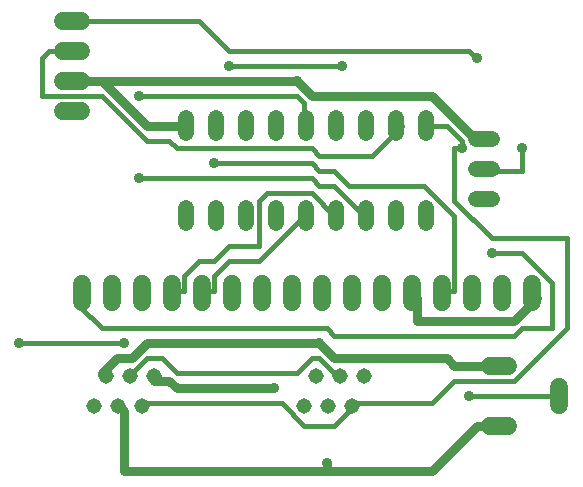
<source format=gbl>
G75*
G70*
%OFA0B0*%
%FSLAX24Y24*%
%IPPOS*%
%LPD*%
%AMOC8*
5,1,8,0,0,1.08239X$1,22.5*
%
%ADD10C,0.0520*%
%ADD11C,0.0600*%
%ADD12C,0.0515*%
%ADD13C,0.0594*%
%ADD14C,0.0315*%
%ADD15C,0.0350*%
%ADD16C,0.0157*%
D10*
X017148Y009473D02*
X017148Y009993D01*
X018148Y009993D02*
X018148Y009473D01*
X019148Y009473D02*
X019148Y009993D01*
X020148Y009993D02*
X020148Y009473D01*
X021148Y009473D02*
X021148Y009993D01*
X022148Y009993D02*
X022148Y009473D01*
X023148Y009473D02*
X023148Y009993D01*
X024148Y009993D02*
X024148Y009473D01*
X025148Y009473D02*
X025148Y009993D01*
X026838Y010283D02*
X027358Y010283D01*
X027358Y011283D02*
X026838Y011283D01*
X026838Y012283D02*
X027358Y012283D01*
X025148Y012473D02*
X025148Y012993D01*
X024148Y012993D02*
X024148Y012473D01*
X023148Y012473D02*
X023148Y012993D01*
X022148Y012993D02*
X022148Y012473D01*
X021148Y012473D02*
X021148Y012993D01*
X020148Y012993D02*
X020148Y012473D01*
X019148Y012473D02*
X019148Y012993D01*
X018148Y012993D02*
X018148Y012473D01*
X017148Y012473D02*
X017148Y012993D01*
D11*
X016698Y007453D02*
X016698Y006853D01*
X015698Y006853D02*
X015698Y007453D01*
X014698Y007453D02*
X014698Y006853D01*
X013698Y006853D02*
X013698Y007453D01*
X017698Y007453D02*
X017698Y006853D01*
X018698Y006853D02*
X018698Y007453D01*
X019698Y007453D02*
X019698Y006853D01*
X020698Y006853D02*
X020698Y007453D01*
X021698Y007453D02*
X021698Y006853D01*
X022698Y006853D02*
X022698Y007453D01*
X023698Y007453D02*
X023698Y006853D01*
X024698Y006853D02*
X024698Y007453D01*
X025698Y007453D02*
X025698Y006853D01*
X026698Y006853D02*
X026698Y007453D01*
X027698Y007453D02*
X027698Y006853D01*
X028698Y006853D02*
X028698Y007453D01*
X027898Y004733D02*
X027298Y004733D01*
X029598Y004033D02*
X029598Y003433D01*
X027898Y002733D02*
X027298Y002733D01*
D12*
X023098Y004388D03*
X022295Y004388D03*
X021492Y004388D03*
X021098Y003388D03*
X021901Y003388D03*
X022704Y003388D03*
X016098Y004388D03*
X015295Y004388D03*
X014492Y004388D03*
X014098Y003388D03*
X014901Y003388D03*
X015704Y003388D03*
D13*
X013645Y013233D02*
X013051Y013233D01*
X013051Y014233D02*
X013645Y014233D01*
X013645Y015233D02*
X013051Y015233D01*
X013051Y016233D02*
X013645Y016233D01*
D14*
X013348Y014233D02*
X014348Y014233D01*
X020848Y014233D01*
X021348Y013733D01*
X025348Y013733D01*
X026848Y012233D01*
X027098Y012233D01*
X027098Y012283D01*
X028698Y007153D02*
X028848Y006983D01*
X028098Y006233D01*
X024848Y006233D01*
X024848Y006983D01*
X024698Y007153D01*
X022098Y004983D02*
X021598Y005483D01*
X015848Y005483D01*
X015348Y004983D01*
X014848Y004983D01*
X014348Y004483D01*
X014492Y004388D01*
X014901Y003388D02*
X015098Y003233D01*
X015098Y001233D01*
X021848Y001233D01*
X021848Y001483D01*
X021848Y001233D02*
X025348Y001233D01*
X026848Y002733D01*
X027598Y002733D01*
X027598Y004733D02*
X026098Y004733D01*
X025848Y004983D01*
X022098Y004983D01*
X020098Y003983D02*
X016848Y003983D01*
X016598Y004233D01*
X016098Y004233D01*
X016098Y004388D01*
X015848Y012733D02*
X014348Y014233D01*
X015848Y012733D02*
X017148Y012733D01*
D15*
X011598Y005483D03*
X015098Y005483D03*
X020098Y003983D03*
X021598Y005483D03*
X026598Y003733D03*
X021848Y001483D03*
X027348Y008483D03*
X026348Y011983D03*
X028348Y011983D03*
X026848Y014983D03*
X022348Y014733D03*
X020848Y014233D03*
X018598Y014733D03*
X015598Y013733D03*
X018098Y011483D03*
X015598Y010983D03*
D16*
X021348Y010983D01*
X021598Y010733D01*
X022098Y010733D01*
X023098Y009733D01*
X023148Y009733D01*
X022148Y009733D02*
X022098Y009733D01*
X021348Y010483D01*
X019848Y010483D01*
X019598Y010233D01*
X019598Y008733D01*
X018598Y008733D01*
X018098Y008233D01*
X017598Y008233D01*
X017098Y007733D01*
X017098Y007233D01*
X016848Y007233D01*
X016698Y007153D01*
X017698Y007153D02*
X017848Y007233D01*
X018098Y007233D01*
X018098Y007733D01*
X018598Y008233D01*
X019598Y008233D01*
X021098Y009733D01*
X021148Y009733D01*
X022598Y010733D02*
X025098Y010733D01*
X026098Y009733D01*
X026098Y007233D01*
X025848Y007233D01*
X025698Y007153D01*
X027348Y008483D02*
X028348Y008483D01*
X029348Y007483D01*
X029348Y005983D01*
X028348Y005983D01*
X028098Y005733D01*
X022098Y005733D01*
X021848Y005983D01*
X014348Y005983D01*
X013598Y006733D01*
X013598Y006983D01*
X013698Y007153D01*
X015098Y005483D02*
X011598Y005483D01*
X015295Y004388D02*
X015348Y004483D01*
X015848Y004983D01*
X016348Y004983D01*
X016848Y004483D01*
X020848Y004483D01*
X021348Y004983D01*
X021598Y004983D01*
X022098Y004483D01*
X022295Y004388D01*
X022848Y003483D02*
X022704Y003388D01*
X022598Y003233D01*
X022098Y002733D01*
X021098Y002733D01*
X020348Y003483D01*
X015848Y003483D01*
X015704Y003388D01*
X022848Y003483D02*
X025348Y003483D01*
X026098Y004233D01*
X028098Y004233D01*
X029848Y005983D01*
X029848Y008983D01*
X027348Y008983D01*
X026098Y010233D01*
X026098Y011983D01*
X026348Y011983D01*
X026348Y012233D01*
X025848Y012733D01*
X025148Y012733D01*
X024348Y012733D02*
X024148Y012733D01*
X024348Y012733D02*
X023348Y011733D01*
X021598Y011733D01*
X021348Y011983D01*
X016848Y011983D01*
X016598Y012233D01*
X015848Y012233D01*
X014348Y013733D01*
X012348Y013733D01*
X012348Y014983D01*
X012598Y015233D01*
X013348Y015233D01*
X013348Y016233D02*
X017598Y016233D01*
X018598Y015233D01*
X026598Y015233D01*
X026848Y014983D01*
X022348Y014733D02*
X018598Y014733D01*
X020848Y013733D02*
X021098Y013483D01*
X021098Y012733D01*
X021148Y012733D01*
X020848Y013733D02*
X015598Y013733D01*
X018098Y011483D02*
X021348Y011483D01*
X021598Y011233D01*
X022098Y011233D01*
X022598Y010733D01*
X027098Y011233D02*
X027098Y011283D01*
X027098Y011233D02*
X028348Y011233D01*
X028348Y011983D01*
X029598Y003733D02*
X026598Y003733D01*
M02*

</source>
